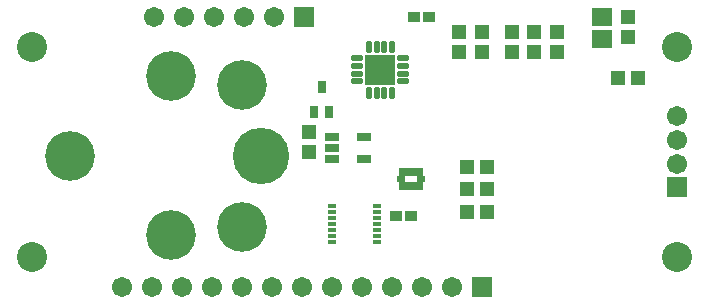
<source format=gbr>
G04 DipTrace 2.4.0.2*
%INTopMask.gbr*%
%MOIN*%
%ADD36C,0.1*%
%ADD41R,0.0434X0.0356*%
%ADD43R,0.0513X0.0316*%
%ADD45R,0.1025X0.1025*%
%ADD47O,0.0415X0.0218*%
%ADD49O,0.0218X0.0415*%
%ADD51R,0.0277X0.0206*%
%ADD53R,0.0206X0.0277*%
%ADD55R,0.0316X0.0178*%
%ADD57R,0.0277X0.0415*%
%ADD59C,0.188*%
%ADD61C,0.1655*%
%ADD63R,0.0513X0.0474*%
%ADD65R,0.0474X0.0513*%
%ADD67C,0.0671*%
%ADD69R,0.067X0.067*%
%ADD71R,0.0671X0.0592*%
%FSLAX44Y44*%
G04*
G70*
G90*
G75*
G01*
%LNTopMask*%
%LPD*%
D71*
X24190Y12690D3*
Y13438D3*
D69*
X26690Y7759D3*
D67*
Y8546D3*
Y9334D3*
Y10121D3*
D69*
X20185Y4445D3*
D67*
X19185D3*
X18185D3*
X17185D3*
X16185D3*
X15185D3*
X14185D3*
X13185D3*
X12185D3*
X11185D3*
X10185D3*
X9185D3*
D69*
X14255Y13445D3*
D67*
X13255D3*
X12255D3*
X11255D3*
X10255D3*
X9255D3*
D65*
X22690Y12949D3*
Y12280D3*
D63*
X19690Y8440D3*
X20359D3*
D65*
X21940Y12945D3*
Y12275D3*
X14440Y9609D3*
Y8940D3*
X21190Y12945D3*
Y12275D3*
D63*
X19695Y6940D3*
X20364D3*
X19695Y7690D3*
X20364D3*
D65*
X20190Y12945D3*
Y12275D3*
X19440Y12280D3*
Y12949D3*
X25065Y13440D3*
Y12771D3*
D61*
X12190Y6440D3*
X6470Y8810D3*
X12190Y11180D3*
D59*
X12820Y8810D3*
D61*
X9820Y6160D3*
Y11460D3*
D67*
X8180Y4450D3*
D57*
X14597Y10271D3*
X15109D3*
X14853Y11097D3*
D55*
X16690Y5940D3*
Y6137D3*
Y6334D3*
Y6531D3*
Y6727D3*
Y6924D3*
Y7121D3*
X15194D3*
Y6924D3*
Y6727D3*
Y6531D3*
Y6334D3*
Y6137D3*
Y5940D3*
D53*
X18129Y8253D3*
X17932D3*
X17735D3*
X17538D3*
D51*
X17499Y8025D3*
D53*
X17538Y7796D3*
X17735D3*
X17932D3*
X18129D3*
D51*
X18168Y8025D3*
D49*
X17190Y12440D3*
X16934D3*
X16678D3*
X16422D3*
D47*
X16038Y12056D3*
Y11800D3*
Y11544D3*
Y11288D3*
D49*
X16422Y10905D3*
X16678D3*
X16934D3*
X17190D3*
D47*
X17574Y11288D3*
Y11544D3*
Y11800D3*
Y12056D3*
D45*
X16806Y11672D3*
D43*
X15191Y9441D3*
Y9067D3*
Y8693D3*
X16254D3*
Y9441D3*
D41*
X17315Y6815D3*
X17827D3*
X18436Y13440D3*
X17924D3*
D63*
X25400Y11400D3*
X24731D3*
D36*
X26685Y12445D3*
Y5445D3*
X5190Y12440D3*
Y5440D3*
M02*

</source>
